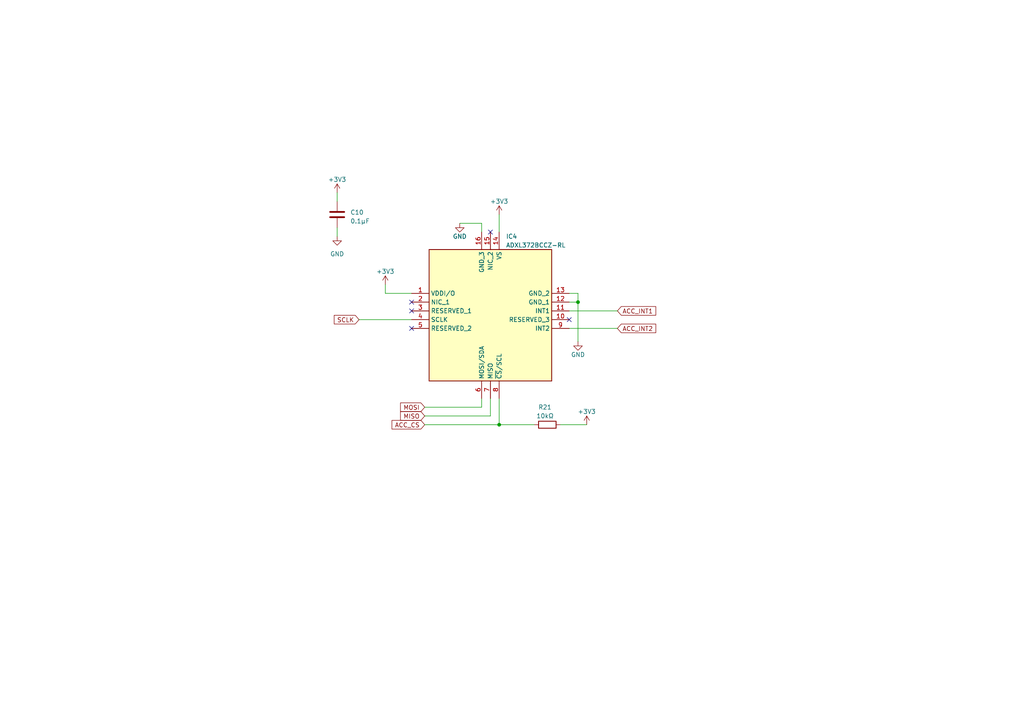
<source format=kicad_sch>
(kicad_sch (version 20250114) (generator "eeschema") (generator_version "9.0")
  (paper "A4")
  (lib_symbols
    (symbol "ADXL372BCCZ-RL:ADXL372BCCZ-RL"
      (property "Reference" "IC" (at 41.91 17.78 0))
      (property "Value" "ADXL372BCCZ-RL" (at 41.91 15.24 0))
      (symbol "ADXL372BCCZ-RL_1_1"
        (rectangle (start 5.08 12.7) (end 40.64 -25.4) (stroke (width 0.254)) (fill (type background)))
        (pin passive line (at 0 0 0) (length 5.08) (name "VDDI/O") (number "1"))
        (pin passive line (at 0 -2.54 0) (length 5.08) (name "NIC_1") (number "2"))
        (pin passive line (at 0 -5.08 0) (length 5.08) (name "RESERVED_1") (number "3"))
        (pin passive line (at 0 -7.62 0) (length 5.08) (name "SCLK") (number "4"))
        (pin passive line (at 0 -10.16 0) (length 5.08) (name "RESERVED_2") (number "5"))
        (pin passive line (at 20.32 17.78 270) (length 5.08) (name "GND_3") (number "16"))
        (pin passive line (at 20.32 -30.48 90) (length 5.08) (name "MOSI/SDA") (number "6"))
        (pin passive line (at 22.86 17.78 270) (length 5.08) (name "NIC_2") (number "15"))
        (pin passive line (at 22.86 -30.48 90) (length 5.08) (name "MISO") (number "7"))
        (pin passive line (at 25.4 17.78 270) (length 5.08) (name "VS") (number "14"))
        (pin passive line (at 25.4 -30.48 90) (length 5.08) (name "~{CS}/SCL") (number "8"))
        (pin passive line (at 45.72 0 180) (length 5.08) (name "GND_2") (number "13"))
        (pin passive line (at 45.72 -2.54 180) (length 5.08) (name "GND_1") (number "12"))
        (pin passive line (at 45.72 -5.08 180) (length 5.08) (name "INT1") (number "11"))
        (pin passive line (at 45.72 -7.62 180) (length 5.08) (name "RESERVED_3") (number "10"))
        (pin passive line (at 45.72 -10.16 180) (length 5.08) (name "INT2") (number "9"))
      )
    )
    (symbol "Device:C" (pin_numbers (hide yes)) (pin_names (offset 0.254))
      (property "Reference" "C" (at 0.635 2.54 0))
      (property "Value" "C" (at 0.635 -2.54 0))
      (symbol "C_0_1"
        (polyline (pts (xy -2.032 0.762) (xy 2.032 0.762)) (stroke (width 0.508)))
        (polyline (pts (xy -2.032 -0.762) (xy 2.032 -0.762)) (stroke (width 0.508)))
      )
      (symbol "C_1_1"
        (pin passive line (at 0 3.81 270) (length 2.794) (name "~") (number "1"))
        (pin passive line (at 0 -3.81 90) (length 2.794) (name "~") (number "2"))
      )
    )
    (symbol "Device:R" (pin_numbers (hide yes)) (pin_names (offset 0))
      (property "Reference" "R" (at 2.032 0 90))
      (property "Value" "R" (at 0 0 90))
      (symbol "R_0_1"
        (rectangle (start -1.016 -2.54) (end 1.016 2.54) (stroke (width 0.254)))
      )
      (symbol "R_1_1"
        (pin passive line (at 0 3.81 270) (length 1.27) (name "~") (number "1"))
        (pin passive line (at 0 -3.81 90) (length 1.27) (name "~") (number "2"))
      )
    )
    (symbol "power:+3V3" (power) (pin_names (offset 0))
      (property "Value" "+3V3" (at 0 3.556 0))
      (symbol "+3V3_0_1"
        (polyline (pts (xy -0.762 1.27) (xy 0 2.54)))
        (polyline (pts (xy 0 2.54) (xy 0.762 1.27)))
        (polyline (pts (xy 0 0) (xy 0 2.54)))
      )
      (symbol "+3V3_1_1"
        (pin power_in line (at 0 0 90) (length 0) (hide yes) (name "+3V3") (number "1"))
      )
    )
    (symbol "power:GND" (power) (pin_names (offset 0))
      (property "Value" "GND" (at 0 -3.81 0))
      (symbol "GND_0_1"
        (polyline (pts (xy 0 0) (xy 0 -1.27) (xy 1.27 -1.27) (xy 0 -2.54) (xy -1.27 -1.27) (xy 0 -1.27)))
      )
      (symbol "GND_1_1"
        (pin power_in line (at 0 0 270) (length 0) (hide yes) (name "GND") (number "1"))
      )
    )
  )
  (junction (at 144.78 123.19))
  (junction (at 167.64 87.63))
  (no_connect (at 165.1 92.71))
  (no_connect (at 142.24 67.31))
  (no_connect (at 119.38 90.17))
  (no_connect (at 119.38 87.63))
  (no_connect (at 119.38 95.25))
  (wire (pts (xy 144.78 115.57) (xy 144.78 123.19)))
  (wire (pts (xy 144.78 123.19) (xy 154.94 123.19)))
  (wire (pts (xy 139.7 67.31) (xy 139.7 64.77)))
  (wire (pts (xy 123.19 123.19) (xy 144.78 123.19)))
  (wire (pts (xy 165.1 90.17) (xy 179.07 90.17)))
  (wire (pts (xy 167.64 87.63) (xy 165.1 87.63)))
  (wire (pts (xy 97.79 55.88) (xy 97.79 58.42)))
  (wire (pts (xy 165.1 95.25) (xy 179.07 95.25)))
  (wire (pts (xy 144.78 62.23) (xy 144.78 67.31)))
  (wire (pts (xy 123.19 118.11) (xy 139.7 118.11)))
  (wire (pts (xy 111.76 82.55) (xy 111.76 85.09)))
  (wire (pts (xy 123.19 120.65) (xy 142.24 120.65)))
  (wire (pts (xy 165.1 85.09) (xy 167.64 85.09)))
  (wire (pts (xy 119.38 85.09) (xy 111.76 85.09)))
  (wire (pts (xy 97.79 66.04) (xy 97.79 68.58)))
  (wire (pts (xy 142.24 115.57) (xy 142.24 120.65)))
  (wire (pts (xy 162.56 123.19) (xy 170.18 123.19)))
  (wire (pts (xy 133.35 64.77) (xy 139.7 64.77)))
  (wire (pts (xy 104.14 92.71) (xy 119.38 92.71)))
  (wire (pts (xy 167.64 87.63) (xy 167.64 99.06)))
  (wire (pts (xy 139.7 115.57) (xy 139.7 118.11)))
  (wire (pts (xy 167.64 85.09) (xy 167.64 87.63)))
  (global_label "ACC_CS" (shape input) (at 123.19 123.19 180) (property "Intersheetrefs" "${INTERSHEET_REFS}" (effects (hide yes))))
  (global_label "MOSI" (shape input) (at 123.19 118.11 180) (property "Intersheetrefs" "${INTERSHEET_REFS}" (effects (hide yes))))
  (global_label "ACC_INT1" (shape input) (at 179.07 90.17 0) (property "Intersheetrefs" "${INTERSHEET_REFS}" (effects (hide yes))))
  (global_label "ACC_INT2" (shape input) (at 179.07 95.25 0) (property "Intersheetrefs" "${INTERSHEET_REFS}" (effects (hide yes))))
  (global_label "SCLK" (shape input) (at 104.14 92.71 180) (property "Intersheetrefs" "${INTERSHEET_REFS}" (effects (hide yes))))
  (global_label "MISO" (shape input) (at 123.19 120.65 180) (property "Intersheetrefs" "${INTERSHEET_REFS}" (effects (hide yes))))
  (symbol (lib_id "ADXL372BCCZ-RL:ADXL372BCCZ-RL") (at 119.38 85.09 0) (unit 1)
    (property "Reference" "IC4" (at 146.7359 68.58 0) (effects (justify left)))
    (property "Value" "ADXL372BCCZ-RL" (at 146.7359 71.12 0) (effects (justify left)))
    (property "Footprint" "ADXL372BCCZRL" (effects (hide yes)))
    (property "Datasheet" "https://www.analog.com/ADXL372/datasheet" (effects (hide yes)))
    (property "Height" "1.14" (effects (hide yes)))
    (property "Manufacturer_Name" "Analog Devices" (effects (hide yes)))
    (property "Manufacturer_Part_Number" "ADXL372BCCZ-RL" (effects (hide yes)))
    (property "Mouser Part Number" "584-ADXL372BCCZ-RL" (effects (hide yes)))
    (property "Mouser Price/Stock" "https://www.mouser.co.uk/ProductDetail/Analog-Devices/ADXL372BCCZ-RL?qs=%252BdQmOuGyFcFnOO2b1qJDUA%3D%3D" (effects (hide yes)))
    (property "Arrow Part Number" "ADXL372BCCZ-RL" (effects (hide yes)))
    (property "Arrow Price/Stock" "null?region=nac" (effects (hide yes)))
  )
  (symbol (lib_id "Device:R") (at 158.75 123.19 90) (unit 1)
    (property "Reference" "R21" (at 160.02 118.11 90) (effects (justify left)))
    (property "Value" "10kΩ" (at 160.655 120.65 90) (effects (justify left)))
    (property "Footprint" "Resistor_SMD:R_0402_1005Metric" (effects (hide yes)))
  )
  (symbol (lib_id "Device:C") (at 97.79 62.23 0) (unit 1)
    (property "Reference" "C10" (at 101.6 61.595 0) (effects (justify left)))
    (property "Value" "0.1µF" (at 101.6 64.135 0) (effects (justify left)))
    (property "Footprint" "Capacitor_SMD:C_0402_1005Metric" (effects (hide yes)))
  )
  (symbol (lib_id "power:+3V3") (at 144.78 62.23 0) (unit 1)
    (property "Reference" "#PWR046" (effects (hide yes)))
    (property "Value" "+3V3" (at 144.78 58.42 0))
  )
  (symbol (lib_id "power:+3V3") (at 97.79 55.88 0) (unit 1)
    (property "Reference" "#PWR026" (effects (hide yes)))
    (property "Value" "+3V3" (at 97.79 52.07 0))
  )
  (symbol (lib_id "power:GND") (at 97.79 68.58 0) (unit 1)
    (property "Reference" "#PWR0125" (effects (hide yes)))
    (property "Value" "GND" (at 97.79 73.66 0))
  )
  (symbol (lib_id "power:GND") (at 133.35 64.77 0) (unit 1)
    (property "Reference" "#PWR045" (effects (hide yes)))
    (property "Value" "GND" (at 133.35 68.58 0))
  )
  (symbol (lib_id "power:+3V3") (at 111.76 82.55 0) (unit 1)
    (property "Reference" "#PWR049" (effects (hide yes)))
    (property "Value" "+3V3" (at 111.76 78.74 0))
  )
  (symbol (lib_id "power:+3V3") (at 170.18 123.19 0) (unit 1)
    (property "Reference" "#PWR025" (effects (hide yes)))
    (property "Value" "+3V3" (at 170.18 119.38 0))
  )
  (symbol (lib_id "power:GND") (at 167.64 99.06 0) (unit 1)
    (property "Reference" "#PWR044" (effects (hide yes)))
    (property "Value" "GND" (at 167.64 102.87 0))
  )
)
</source>
